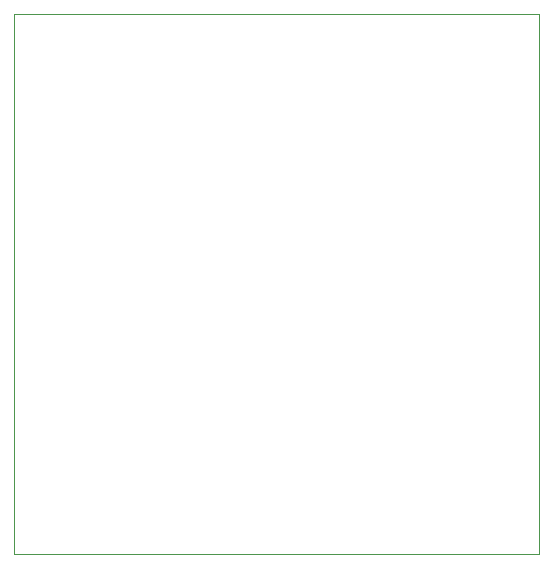
<source format=gbr>
G04 (created by PCBNEW (2013-jul-07)-stable) date Sun 31 May 2015 11:01:27 BST*
%MOIN*%
G04 Gerber Fmt 3.4, Leading zero omitted, Abs format*
%FSLAX34Y34*%
G01*
G70*
G90*
G04 APERTURE LIST*
%ADD10C,0.00590551*%
%ADD11C,0.00393701*%
G04 APERTURE END LIST*
G54D10*
G54D11*
X62000Y-75000D02*
X62000Y-57000D01*
X79500Y-75000D02*
X62000Y-75000D01*
X79500Y-57000D02*
X79500Y-75000D01*
X62000Y-57000D02*
X79500Y-57000D01*
M02*

</source>
